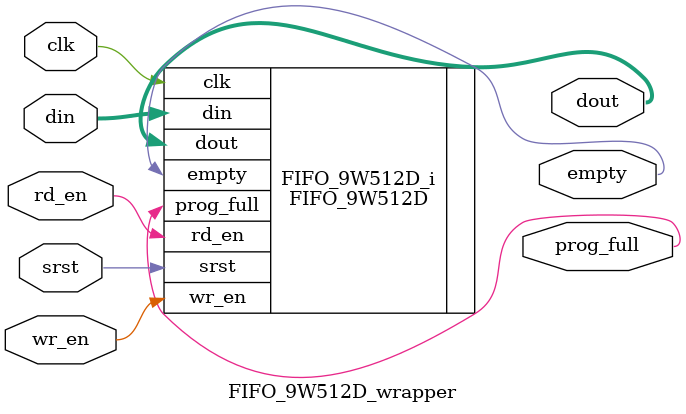
<source format=v>
`timescale 1 ps / 1 ps

module FIFO_9W512D_wrapper
   (clk,
    din,
    dout,
    empty,
    prog_full,
    rd_en,
    srst,
    wr_en);
  input clk;
  input [8:0]din;
  output [8:0]dout;
  output empty;
  output prog_full;
  input rd_en;
  input srst;
  input wr_en;

  wire clk;
  wire [8:0]din;
  wire [8:0]dout;
  wire empty;
  wire prog_full;
  wire rd_en;
  wire srst;
  wire wr_en;

  FIFO_9W512D FIFO_9W512D_i
       (.clk(clk),
        .din(din),
        .dout(dout),
        .empty(empty),
        .prog_full(prog_full),
        .rd_en(rd_en),
        .srst(srst),
        .wr_en(wr_en));
endmodule

</source>
